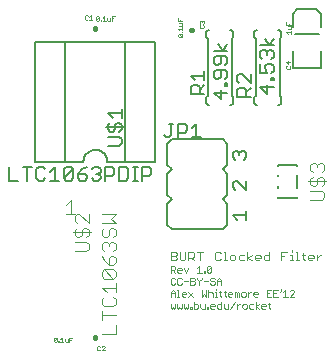
<source format=gto>
G75*
G70*
%OFA0B0*%
%FSLAX24Y24*%
%IPPOS*%
%LPD*%
%AMOC8*
5,1,8,0,0,1.08239X$1,22.5*
%
%ADD10C,0.0030*%
%ADD11C,0.0020*%
%ADD12C,0.0060*%
%ADD13C,0.0050*%
%ADD14C,0.0040*%
%ADD15C,0.0160*%
%ADD16C,0.0010*%
%ADD17C,0.0080*%
D10*
X005496Y003346D02*
X005642Y003346D01*
X005690Y003395D01*
X005690Y003443D01*
X005642Y003492D01*
X005496Y003492D01*
X005496Y003637D02*
X005496Y003346D01*
X005642Y003492D02*
X005690Y003540D01*
X005690Y003588D01*
X005642Y003637D01*
X005496Y003637D01*
X005791Y003637D02*
X005791Y003395D01*
X005839Y003346D01*
X005936Y003346D01*
X005985Y003395D01*
X005985Y003637D01*
X006086Y003637D02*
X006231Y003637D01*
X006279Y003588D01*
X006279Y003492D01*
X006231Y003443D01*
X006086Y003443D01*
X006182Y003443D02*
X006279Y003346D01*
X006086Y003346D02*
X006086Y003637D01*
X006380Y003637D02*
X006574Y003637D01*
X006477Y003637D02*
X006477Y003346D01*
X006970Y003395D02*
X007018Y003346D01*
X007115Y003346D01*
X007163Y003395D01*
X007264Y003346D02*
X007361Y003346D01*
X007313Y003346D02*
X007313Y003637D01*
X007264Y003637D01*
X007163Y003588D02*
X007115Y003637D01*
X007018Y003637D01*
X006970Y003588D01*
X006970Y003395D01*
X007461Y003395D02*
X007509Y003346D01*
X007606Y003346D01*
X007654Y003395D01*
X007654Y003492D01*
X007606Y003540D01*
X007509Y003540D01*
X007461Y003492D01*
X007461Y003395D01*
X007755Y003395D02*
X007804Y003346D01*
X007949Y003346D01*
X008050Y003346D02*
X008050Y003637D01*
X007949Y003540D02*
X007804Y003540D01*
X007755Y003492D01*
X007755Y003395D01*
X008050Y003443D02*
X008195Y003540D01*
X008296Y003492D02*
X008296Y003395D01*
X008344Y003346D01*
X008441Y003346D01*
X008489Y003443D02*
X008296Y003443D01*
X008296Y003492D02*
X008344Y003540D01*
X008441Y003540D01*
X008489Y003492D01*
X008489Y003443D01*
X008590Y003395D02*
X008590Y003492D01*
X008639Y003540D01*
X008784Y003540D01*
X008784Y003637D02*
X008784Y003346D01*
X008639Y003346D01*
X008590Y003395D01*
X008195Y003346D02*
X008050Y003443D01*
X009179Y003492D02*
X009276Y003492D01*
X009179Y003637D02*
X009179Y003346D01*
X009474Y003346D02*
X009571Y003346D01*
X009522Y003346D02*
X009522Y003540D01*
X009474Y003540D01*
X009522Y003637D02*
X009522Y003685D01*
X009373Y003637D02*
X009179Y003637D01*
X009671Y003637D02*
X009719Y003637D01*
X009719Y003346D01*
X009671Y003346D02*
X009767Y003346D01*
X009915Y003395D02*
X009964Y003346D01*
X009915Y003395D02*
X009915Y003588D01*
X009867Y003540D02*
X009964Y003540D01*
X010063Y003492D02*
X010063Y003395D01*
X010112Y003346D01*
X010208Y003346D01*
X010257Y003443D02*
X010063Y003443D01*
X010063Y003492D02*
X010112Y003540D01*
X010208Y003540D01*
X010257Y003492D01*
X010257Y003443D01*
X010358Y003443D02*
X010455Y003540D01*
X010503Y003540D01*
X010358Y003540D02*
X010358Y003346D01*
D11*
X009579Y002362D02*
X009506Y002362D01*
X009469Y002325D01*
X009579Y002362D02*
X009616Y002325D01*
X009616Y002288D01*
X009469Y002141D01*
X009616Y002141D01*
X009395Y002141D02*
X009248Y002141D01*
X009321Y002141D02*
X009321Y002362D01*
X009248Y002288D01*
X009174Y002325D02*
X009138Y002288D01*
X009174Y002325D02*
X009174Y002398D01*
X009063Y002362D02*
X008917Y002362D01*
X008917Y002141D01*
X009063Y002141D01*
X008990Y002251D02*
X008917Y002251D01*
X008842Y002141D02*
X008696Y002141D01*
X008696Y002362D01*
X008842Y002362D01*
X008769Y002251D02*
X008696Y002251D01*
X008400Y002251D02*
X008400Y002215D01*
X008254Y002215D01*
X008254Y002251D02*
X008290Y002288D01*
X008364Y002288D01*
X008400Y002251D01*
X008364Y002141D02*
X008290Y002141D01*
X008254Y002178D01*
X008254Y002251D01*
X008180Y002288D02*
X008143Y002288D01*
X008070Y002215D01*
X008070Y002288D02*
X008070Y002141D01*
X007995Y002178D02*
X007995Y002251D01*
X007959Y002288D01*
X007885Y002288D01*
X007849Y002251D01*
X007849Y002178D01*
X007885Y002141D01*
X007959Y002141D01*
X007995Y002178D01*
X007774Y002141D02*
X007774Y002251D01*
X007738Y002288D01*
X007701Y002251D01*
X007701Y002141D01*
X007628Y002141D02*
X007628Y002288D01*
X007664Y002288D01*
X007701Y002251D01*
X007553Y002251D02*
X007553Y002215D01*
X007407Y002215D01*
X007407Y002251D02*
X007443Y002288D01*
X007517Y002288D01*
X007553Y002251D01*
X007517Y002141D02*
X007443Y002141D01*
X007407Y002178D01*
X007407Y002251D01*
X007333Y002288D02*
X007259Y002288D01*
X007296Y002325D02*
X007296Y002178D01*
X007333Y002141D01*
X007185Y002141D02*
X007149Y002178D01*
X007149Y002325D01*
X007185Y002288D02*
X007112Y002288D01*
X007001Y002288D02*
X007001Y002141D01*
X006965Y002141D02*
X007038Y002141D01*
X007001Y002288D02*
X006965Y002288D01*
X007001Y002362D02*
X007001Y002398D01*
X007038Y002541D02*
X007038Y002688D01*
X007112Y002762D01*
X007185Y002688D01*
X007185Y002541D01*
X007185Y002651D02*
X007038Y002651D01*
X006964Y002615D02*
X006964Y002578D01*
X006927Y002541D01*
X006854Y002541D01*
X006817Y002578D01*
X006854Y002651D02*
X006927Y002651D01*
X006964Y002615D01*
X006964Y002725D02*
X006927Y002762D01*
X006854Y002762D01*
X006817Y002725D01*
X006817Y002688D01*
X006854Y002651D01*
X006743Y002651D02*
X006596Y002651D01*
X006522Y002725D02*
X006522Y002762D01*
X006522Y002725D02*
X006449Y002651D01*
X006449Y002541D01*
X006449Y002651D02*
X006375Y002725D01*
X006375Y002762D01*
X006301Y002725D02*
X006301Y002688D01*
X006264Y002651D01*
X006154Y002651D01*
X006080Y002651D02*
X005933Y002651D01*
X005859Y002578D02*
X005822Y002541D01*
X005749Y002541D01*
X005712Y002578D01*
X005712Y002725D01*
X005749Y002762D01*
X005822Y002762D01*
X005859Y002725D01*
X005822Y002941D02*
X005749Y002941D01*
X005712Y002978D01*
X005712Y003051D01*
X005749Y003088D01*
X005822Y003088D01*
X005859Y003051D01*
X005859Y003015D01*
X005712Y003015D01*
X005638Y003051D02*
X005601Y003015D01*
X005491Y003015D01*
X005491Y002941D02*
X005491Y003162D01*
X005601Y003162D01*
X005638Y003125D01*
X005638Y003051D01*
X005565Y003015D02*
X005638Y002941D01*
X005601Y002762D02*
X005528Y002762D01*
X005491Y002725D01*
X005491Y002578D01*
X005528Y002541D01*
X005601Y002541D01*
X005638Y002578D01*
X005638Y002725D02*
X005601Y002762D01*
X006007Y002941D02*
X005933Y003088D01*
X006080Y003088D02*
X006007Y002941D01*
X006154Y002762D02*
X006264Y002762D01*
X006301Y002725D01*
X006264Y002651D02*
X006301Y002615D01*
X006301Y002578D01*
X006264Y002541D01*
X006154Y002541D01*
X006154Y002762D01*
X006375Y002941D02*
X006522Y002941D01*
X006449Y002941D02*
X006449Y003162D01*
X006375Y003088D01*
X006596Y002978D02*
X006596Y002941D01*
X006633Y002941D01*
X006633Y002978D01*
X006596Y002978D01*
X006707Y002978D02*
X006744Y002941D01*
X006817Y002941D01*
X006854Y002978D01*
X006854Y003125D01*
X006707Y002978D01*
X006707Y003125D01*
X006744Y003162D01*
X006817Y003162D01*
X006854Y003125D01*
X006744Y002362D02*
X006744Y002141D01*
X006669Y002141D02*
X006669Y002362D01*
X006744Y002251D02*
X006780Y002288D01*
X006854Y002288D01*
X006890Y002251D01*
X006890Y002141D01*
X006669Y002141D02*
X006596Y002215D01*
X006523Y002141D01*
X006523Y002362D01*
X006227Y002288D02*
X006081Y002141D01*
X006006Y002215D02*
X005860Y002215D01*
X005860Y002251D02*
X005896Y002288D01*
X005970Y002288D01*
X006006Y002251D01*
X006006Y002215D01*
X005970Y002141D02*
X005896Y002141D01*
X005860Y002178D01*
X005860Y002251D01*
X005786Y002141D02*
X005712Y002141D01*
X005749Y002141D02*
X005749Y002362D01*
X005712Y002362D01*
X005638Y002288D02*
X005638Y002141D01*
X005638Y002251D02*
X005491Y002251D01*
X005491Y002288D02*
X005565Y002362D01*
X005638Y002288D01*
X005491Y002288D02*
X005491Y002141D01*
X005491Y001888D02*
X005491Y001778D01*
X005528Y001741D01*
X005565Y001778D01*
X005601Y001741D01*
X005638Y001778D01*
X005638Y001888D01*
X005712Y001888D02*
X005712Y001778D01*
X005749Y001741D01*
X005786Y001778D01*
X005822Y001741D01*
X005859Y001778D01*
X005859Y001888D01*
X005933Y001888D02*
X005933Y001778D01*
X005970Y001741D01*
X006007Y001778D01*
X006043Y001741D01*
X006080Y001778D01*
X006080Y001888D01*
X006154Y001778D02*
X006191Y001778D01*
X006191Y001741D01*
X006154Y001741D01*
X006154Y001778D01*
X006265Y001741D02*
X006375Y001741D01*
X006412Y001778D01*
X006412Y001851D01*
X006375Y001888D01*
X006265Y001888D01*
X006265Y001962D02*
X006265Y001741D01*
X006486Y001778D02*
X006523Y001741D01*
X006633Y001741D01*
X006633Y001888D01*
X006707Y001778D02*
X006744Y001778D01*
X006744Y001741D01*
X006707Y001741D01*
X006707Y001778D01*
X006817Y001778D02*
X006817Y001851D01*
X006854Y001888D01*
X006927Y001888D01*
X006964Y001851D01*
X006964Y001815D01*
X006817Y001815D01*
X006817Y001778D02*
X006854Y001741D01*
X006927Y001741D01*
X007038Y001778D02*
X007038Y001851D01*
X007075Y001888D01*
X007185Y001888D01*
X007185Y001962D02*
X007185Y001741D01*
X007075Y001741D01*
X007038Y001778D01*
X007259Y001778D02*
X007259Y001888D01*
X007259Y001778D02*
X007296Y001741D01*
X007406Y001741D01*
X007406Y001888D01*
X007480Y001741D02*
X007627Y001962D01*
X007701Y001888D02*
X007701Y001741D01*
X007701Y001815D02*
X007775Y001888D01*
X007811Y001888D01*
X007885Y001851D02*
X007885Y001778D01*
X007922Y001741D01*
X007995Y001741D01*
X008032Y001778D01*
X008032Y001851D01*
X007995Y001888D01*
X007922Y001888D01*
X007885Y001851D01*
X008106Y001851D02*
X008106Y001778D01*
X008143Y001741D01*
X008253Y001741D01*
X008327Y001741D02*
X008327Y001962D01*
X008253Y001888D02*
X008143Y001888D01*
X008106Y001851D01*
X008327Y001815D02*
X008437Y001888D01*
X008511Y001851D02*
X008511Y001778D01*
X008548Y001741D01*
X008622Y001741D01*
X008658Y001815D02*
X008511Y001815D01*
X008511Y001851D02*
X008548Y001888D01*
X008622Y001888D01*
X008658Y001851D01*
X008658Y001815D01*
X008732Y001888D02*
X008806Y001888D01*
X008769Y001925D02*
X008769Y001778D01*
X008806Y001741D01*
X008437Y001741D02*
X008327Y001815D01*
X006486Y001778D02*
X006486Y001888D01*
X006227Y002141D02*
X006081Y002288D01*
D12*
X005531Y004381D02*
X005381Y004531D01*
X005381Y005231D01*
X005531Y005381D01*
X005381Y005531D01*
X005381Y006231D01*
X005531Y006381D01*
X005381Y006531D01*
X005381Y007231D01*
X005531Y007381D01*
X007231Y007381D01*
X007381Y007231D01*
X007381Y006531D01*
X007231Y006381D01*
X007381Y006231D01*
X007381Y005531D01*
X007231Y005381D01*
X007381Y005231D01*
X007381Y004531D01*
X007231Y004381D01*
X005531Y004381D01*
X004981Y006631D02*
X003981Y006631D01*
X003381Y006631D01*
X003379Y006670D01*
X003373Y006709D01*
X003364Y006747D01*
X003351Y006784D01*
X003334Y006820D01*
X003314Y006853D01*
X003290Y006885D01*
X003264Y006914D01*
X003235Y006940D01*
X003203Y006964D01*
X003170Y006984D01*
X003134Y007001D01*
X003097Y007014D01*
X003059Y007023D01*
X003020Y007029D01*
X002981Y007031D01*
X002942Y007029D01*
X002903Y007023D01*
X002865Y007014D01*
X002828Y007001D01*
X002792Y006984D01*
X002759Y006964D01*
X002727Y006940D01*
X002698Y006914D01*
X002672Y006885D01*
X002648Y006853D01*
X002628Y006820D01*
X002611Y006784D01*
X002598Y006747D01*
X002589Y006709D01*
X002583Y006670D01*
X002581Y006631D01*
X001981Y006631D01*
X001981Y010631D01*
X003981Y010631D01*
X004981Y010631D01*
X004981Y006631D01*
X003981Y006631D02*
X003981Y010631D01*
X001981Y010631D02*
X000981Y010631D01*
X000981Y006631D01*
X001981Y006631D01*
X006681Y008631D02*
X006681Y008781D01*
X006731Y008831D01*
X006731Y010731D01*
X006681Y010781D01*
X006681Y010931D01*
X006683Y010948D01*
X006687Y010965D01*
X006694Y010981D01*
X006704Y010995D01*
X006717Y011008D01*
X006731Y011018D01*
X006747Y011025D01*
X006764Y011029D01*
X006781Y011031D01*
X007481Y011031D02*
X007498Y011029D01*
X007515Y011025D01*
X007531Y011018D01*
X007545Y011008D01*
X007558Y010995D01*
X007568Y010981D01*
X007575Y010965D01*
X007579Y010948D01*
X007581Y010931D01*
X007581Y010781D01*
X007531Y010731D01*
X007531Y008831D01*
X007581Y008781D01*
X007581Y008631D01*
X007579Y008614D01*
X007575Y008597D01*
X007568Y008581D01*
X007558Y008567D01*
X007545Y008554D01*
X007531Y008544D01*
X007515Y008537D01*
X007498Y008533D01*
X007481Y008531D01*
X006781Y008531D02*
X006764Y008533D01*
X006747Y008537D01*
X006731Y008544D01*
X006717Y008554D01*
X006704Y008567D01*
X006694Y008581D01*
X006687Y008597D01*
X006683Y008614D01*
X006681Y008631D01*
X008281Y008631D02*
X008281Y008781D01*
X008331Y008831D01*
X008331Y010731D01*
X008281Y010781D01*
X008281Y010931D01*
X008283Y010948D01*
X008287Y010965D01*
X008294Y010981D01*
X008304Y010995D01*
X008317Y011008D01*
X008331Y011018D01*
X008347Y011025D01*
X008364Y011029D01*
X008381Y011031D01*
X009081Y011031D02*
X009098Y011029D01*
X009115Y011025D01*
X009131Y011018D01*
X009145Y011008D01*
X009158Y010995D01*
X009168Y010981D01*
X009175Y010965D01*
X009179Y010948D01*
X009181Y010931D01*
X009181Y010781D01*
X009131Y010731D01*
X009131Y008831D01*
X009181Y008781D01*
X009181Y008631D01*
X009179Y008614D01*
X009175Y008597D01*
X009168Y008581D01*
X009158Y008567D01*
X009145Y008554D01*
X009131Y008544D01*
X009115Y008537D01*
X009098Y008533D01*
X009081Y008531D01*
X008381Y008531D02*
X008364Y008533D01*
X008347Y008537D01*
X008331Y008544D01*
X008317Y008554D01*
X008304Y008567D01*
X008294Y008581D01*
X008287Y008597D01*
X008283Y008614D01*
X008281Y008631D01*
X009063Y006541D02*
X009063Y006504D01*
X009063Y006541D02*
X009700Y006541D01*
X009700Y006504D01*
X009700Y006187D02*
X009700Y005776D01*
X009700Y005459D02*
X009700Y005422D01*
X009063Y005422D01*
X009063Y005459D01*
X009063Y005776D02*
X009063Y005813D01*
X009063Y006150D02*
X009063Y006187D01*
D13*
X008006Y006007D02*
X008006Y005706D01*
X007706Y006007D01*
X007631Y006007D01*
X007556Y005932D01*
X007556Y005781D01*
X007631Y005706D01*
X008006Y005007D02*
X008006Y004706D01*
X008006Y004857D02*
X007556Y004857D01*
X007706Y004706D01*
X007631Y006706D02*
X007556Y006781D01*
X007556Y006932D01*
X007631Y007007D01*
X007706Y007007D01*
X007781Y006932D01*
X007856Y007007D01*
X007931Y007007D01*
X008006Y006932D01*
X008006Y006781D01*
X007931Y006706D01*
X007781Y006857D02*
X007781Y006932D01*
X006496Y007456D02*
X006196Y007456D01*
X006346Y007456D02*
X006346Y007907D01*
X006196Y007757D01*
X006036Y007832D02*
X006036Y007682D01*
X005961Y007607D01*
X005736Y007607D01*
X005736Y007456D02*
X005736Y007907D01*
X005961Y007907D01*
X006036Y007832D01*
X005576Y007907D02*
X005425Y007907D01*
X005500Y007907D02*
X005500Y007531D01*
X005425Y007456D01*
X005350Y007456D01*
X005275Y007531D01*
X004771Y006457D02*
X004546Y006457D01*
X004546Y006006D01*
X004546Y006157D02*
X004771Y006157D01*
X004846Y006232D01*
X004846Y006382D01*
X004771Y006457D01*
X004389Y006457D02*
X004239Y006457D01*
X004314Y006457D02*
X004314Y006006D01*
X004239Y006006D02*
X004389Y006006D01*
X004079Y006081D02*
X004079Y006382D01*
X004004Y006457D01*
X003778Y006457D01*
X003778Y006006D01*
X004004Y006006D01*
X004079Y006081D01*
X003618Y006232D02*
X003543Y006157D01*
X003318Y006157D01*
X003318Y006006D02*
X003318Y006457D01*
X003543Y006457D01*
X003618Y006382D01*
X003618Y006232D01*
X003158Y006307D02*
X003083Y006232D01*
X003158Y006157D01*
X003158Y006081D01*
X003083Y006006D01*
X002933Y006006D01*
X002858Y006081D01*
X002698Y006081D02*
X002623Y006006D01*
X002472Y006006D01*
X002397Y006081D01*
X002397Y006232D01*
X002623Y006232D01*
X002698Y006157D01*
X002698Y006081D01*
X002547Y006382D02*
X002397Y006232D01*
X002547Y006382D02*
X002698Y006457D01*
X002858Y006382D02*
X002933Y006457D01*
X003083Y006457D01*
X003158Y006382D01*
X003158Y006307D01*
X003083Y006232D02*
X003008Y006232D01*
X002237Y006382D02*
X002237Y006081D01*
X002162Y006006D01*
X002012Y006006D01*
X001937Y006081D01*
X002237Y006382D01*
X002162Y006457D01*
X002012Y006457D01*
X001937Y006382D01*
X001937Y006081D01*
X001777Y006006D02*
X001477Y006006D01*
X001627Y006006D02*
X001627Y006457D01*
X001477Y006307D01*
X001317Y006382D02*
X001241Y006457D01*
X001091Y006457D01*
X001016Y006382D01*
X001016Y006081D01*
X001091Y006006D01*
X001241Y006006D01*
X001317Y006081D01*
X000856Y006457D02*
X000556Y006457D01*
X000706Y006457D02*
X000706Y006006D01*
X000396Y006006D02*
X000096Y006006D01*
X000096Y006457D01*
X003331Y007786D02*
X003931Y007786D01*
X003856Y007711D02*
X003856Y007861D01*
X003781Y007936D01*
X003706Y007936D01*
X003631Y007861D01*
X003631Y007711D01*
X003556Y007636D01*
X003481Y007636D01*
X003406Y007711D01*
X003406Y007861D01*
X003481Y007936D01*
X003556Y008096D02*
X003406Y008246D01*
X003856Y008246D01*
X003856Y008096D02*
X003856Y008396D01*
X003856Y007711D02*
X003781Y007636D01*
X003781Y007476D02*
X003406Y007476D01*
X003406Y007175D02*
X003781Y007175D01*
X003856Y007250D01*
X003856Y007400D01*
X003781Y007476D01*
X006156Y008886D02*
X006156Y009111D01*
X006231Y009186D01*
X006381Y009186D01*
X006456Y009111D01*
X006456Y008886D01*
X006456Y009036D02*
X006606Y009186D01*
X006606Y009346D02*
X006606Y009646D01*
X006606Y009496D02*
X006156Y009496D01*
X006306Y009346D01*
X006156Y008886D02*
X006606Y008886D01*
X006936Y008937D02*
X007161Y008711D01*
X007161Y009012D01*
X007311Y009172D02*
X007311Y009247D01*
X007386Y009247D01*
X007386Y009172D01*
X007311Y009172D01*
X007311Y009402D02*
X007386Y009477D01*
X007386Y009627D01*
X007311Y009702D01*
X007011Y009702D01*
X006936Y009627D01*
X006936Y009477D01*
X007011Y009402D01*
X007086Y009402D01*
X007161Y009477D01*
X007161Y009702D01*
X007086Y009862D02*
X007161Y009937D01*
X007161Y010163D01*
X007311Y010163D02*
X007011Y010163D01*
X006936Y010087D01*
X006936Y009937D01*
X007011Y009862D01*
X007086Y009862D01*
X007311Y009862D02*
X007386Y009937D01*
X007386Y010087D01*
X007311Y010163D01*
X007236Y010323D02*
X007086Y010548D01*
X006936Y010323D02*
X007386Y010323D01*
X007236Y010323D02*
X007386Y010548D01*
X007781Y009567D02*
X007706Y009492D01*
X007706Y009342D01*
X007781Y009267D01*
X007781Y009107D02*
X007706Y009032D01*
X007706Y008806D01*
X008156Y008806D01*
X008006Y008806D02*
X008006Y009032D01*
X007931Y009107D01*
X007781Y009107D01*
X008006Y008957D02*
X008156Y009107D01*
X008156Y009267D02*
X007856Y009567D01*
X007781Y009567D01*
X008156Y009567D02*
X008156Y009267D01*
X008476Y009132D02*
X008701Y008906D01*
X008701Y009207D01*
X008851Y009367D02*
X008851Y009442D01*
X008926Y009442D01*
X008926Y009367D01*
X008851Y009367D01*
X008851Y009597D02*
X008926Y009672D01*
X008926Y009822D01*
X008851Y009897D01*
X008701Y009897D01*
X008626Y009822D01*
X008626Y009747D01*
X008701Y009597D01*
X008476Y009597D01*
X008476Y009897D01*
X008551Y010057D02*
X008476Y010132D01*
X008476Y010282D01*
X008551Y010358D01*
X008626Y010358D01*
X008701Y010282D01*
X008776Y010358D01*
X008851Y010358D01*
X008926Y010282D01*
X008926Y010132D01*
X008851Y010057D01*
X008701Y010207D02*
X008701Y010282D01*
X008776Y010518D02*
X008626Y010743D01*
X008476Y010518D02*
X008926Y010518D01*
X008776Y010518D02*
X008926Y010743D01*
X009631Y010881D02*
X010431Y010881D01*
X008926Y009132D02*
X008476Y009132D01*
X007386Y008937D02*
X006936Y008937D01*
D14*
X010074Y005984D02*
X010688Y005984D01*
X010611Y005907D02*
X010535Y005831D01*
X010611Y005907D02*
X010611Y006061D01*
X010535Y006138D01*
X010458Y006138D01*
X010381Y006061D01*
X010381Y005907D01*
X010305Y005831D01*
X010228Y005831D01*
X010151Y005907D01*
X010151Y006061D01*
X010228Y006138D01*
X010228Y006291D02*
X010151Y006368D01*
X010151Y006521D01*
X010228Y006598D01*
X010305Y006598D01*
X010381Y006521D01*
X010458Y006598D01*
X010535Y006598D01*
X010611Y006521D01*
X010611Y006368D01*
X010535Y006291D01*
X010381Y006444D02*
X010381Y006521D01*
X010535Y005677D02*
X010151Y005677D01*
X010151Y005370D02*
X010535Y005370D01*
X010611Y005447D01*
X010611Y005600D01*
X010535Y005677D01*
X003664Y004891D02*
X003204Y004891D01*
X003204Y004584D02*
X003664Y004584D01*
X003511Y004738D01*
X003664Y004891D01*
X003588Y004431D02*
X003511Y004431D01*
X003434Y004354D01*
X003434Y004201D01*
X003357Y004124D01*
X003281Y004124D01*
X003204Y004201D01*
X003204Y004354D01*
X003281Y004431D01*
X003588Y004431D02*
X003664Y004354D01*
X003664Y004201D01*
X003588Y004124D01*
X003588Y003971D02*
X003511Y003971D01*
X003434Y003894D01*
X003434Y003817D01*
X003434Y003894D02*
X003357Y003971D01*
X003281Y003971D01*
X003204Y003894D01*
X003204Y003740D01*
X003281Y003664D01*
X003204Y003510D02*
X003281Y003357D01*
X003434Y003203D01*
X003434Y003434D01*
X003511Y003510D01*
X003588Y003510D01*
X003664Y003434D01*
X003664Y003280D01*
X003588Y003203D01*
X003434Y003203D01*
X003281Y003050D02*
X003588Y002743D01*
X003664Y002820D01*
X003664Y002973D01*
X003588Y003050D01*
X003281Y003050D01*
X003204Y002973D01*
X003204Y002820D01*
X003281Y002743D01*
X003588Y002743D01*
X003664Y002590D02*
X003664Y002283D01*
X003664Y002436D02*
X003204Y002436D01*
X003357Y002283D01*
X003281Y002129D02*
X003204Y002052D01*
X003204Y001899D01*
X003281Y001822D01*
X003588Y001822D01*
X003664Y001899D01*
X003664Y002052D01*
X003588Y002129D01*
X003204Y001669D02*
X003204Y001362D01*
X003204Y001515D02*
X003664Y001515D01*
X003664Y001209D02*
X003664Y000902D01*
X003204Y000902D01*
X003588Y003664D02*
X003664Y003740D01*
X003664Y003894D01*
X003588Y003971D01*
X002835Y004278D02*
X002222Y004278D01*
X002298Y004354D02*
X002298Y004201D01*
X002375Y004124D01*
X002452Y004124D01*
X002528Y004201D01*
X002528Y004354D01*
X002605Y004431D01*
X002682Y004431D01*
X002759Y004354D01*
X002759Y004201D01*
X002682Y004124D01*
X002682Y003971D02*
X002298Y003971D01*
X002298Y003664D02*
X002682Y003664D01*
X002759Y003741D01*
X002759Y003894D01*
X002682Y003971D01*
X002298Y004354D02*
X002375Y004431D01*
X002375Y004585D02*
X002298Y004661D01*
X002298Y004815D01*
X002375Y004892D01*
X002452Y004892D01*
X002759Y004585D01*
X002759Y004892D01*
X002308Y004901D02*
X002001Y004901D01*
X002155Y004901D02*
X002155Y005362D01*
X002001Y005208D01*
D15*
X002981Y000793D02*
X002981Y000769D01*
X006169Y011031D02*
X006193Y011031D01*
X002981Y011093D02*
X002981Y011069D01*
D16*
X001598Y000651D02*
X001623Y000626D01*
X001674Y000626D01*
X001699Y000651D01*
X001699Y000751D01*
X001598Y000651D01*
X001598Y000751D01*
X001623Y000777D01*
X001674Y000777D01*
X001699Y000751D01*
X001746Y000651D02*
X001771Y000651D01*
X001771Y000626D01*
X001746Y000626D01*
X001746Y000651D01*
X001819Y000626D02*
X001920Y000626D01*
X001869Y000626D02*
X001869Y000777D01*
X001819Y000726D01*
X001967Y000726D02*
X001967Y000651D01*
X001992Y000626D01*
X002067Y000626D01*
X002067Y000726D01*
X002114Y000701D02*
X002164Y000701D01*
X002114Y000626D02*
X002114Y000777D01*
X002214Y000777D01*
X003042Y000476D02*
X003042Y000376D01*
X003067Y000351D01*
X003117Y000351D01*
X003142Y000376D01*
X003189Y000351D02*
X003289Y000451D01*
X003289Y000476D01*
X003264Y000502D01*
X003214Y000502D01*
X003189Y000476D01*
X003142Y000476D02*
X003117Y000502D01*
X003067Y000502D01*
X003042Y000476D01*
X003189Y000351D02*
X003289Y000351D01*
X009358Y009736D02*
X009458Y009736D01*
X009483Y009761D01*
X009483Y009811D01*
X009458Y009836D01*
X009408Y009884D02*
X009408Y009984D01*
X009483Y009959D02*
X009333Y009959D01*
X009408Y009884D01*
X009358Y009836D02*
X009333Y009811D01*
X009333Y009761D01*
X009358Y009736D01*
X009402Y010897D02*
X009352Y010947D01*
X009502Y010947D01*
X009502Y010897D02*
X009502Y010997D01*
X009477Y011044D02*
X009502Y011069D01*
X009502Y011144D01*
X009402Y011144D01*
X009427Y011192D02*
X009427Y011242D01*
X009352Y011192D02*
X009352Y011292D01*
X009352Y011192D02*
X009502Y011192D01*
X009477Y011044D02*
X009402Y011044D01*
X006611Y011117D02*
X006611Y011167D01*
X006586Y011192D01*
X006586Y011239D02*
X006611Y011264D01*
X006611Y011314D01*
X006586Y011339D01*
X006561Y011339D01*
X006536Y011314D01*
X006536Y011289D01*
X006536Y011314D02*
X006511Y011339D01*
X006486Y011339D01*
X006461Y011314D01*
X006461Y011264D01*
X006486Y011239D01*
X006486Y011192D02*
X006461Y011167D01*
X006461Y011117D01*
X006486Y011092D01*
X006586Y011092D01*
X006611Y011117D01*
X005886Y011120D02*
X005886Y011019D01*
X005886Y010971D02*
X005886Y010946D01*
X005861Y010946D01*
X005861Y010971D01*
X005886Y010971D01*
X005861Y010899D02*
X005761Y010899D01*
X005861Y010798D01*
X005886Y010823D01*
X005886Y010874D01*
X005861Y010899D01*
X005761Y010899D02*
X005736Y010874D01*
X005736Y010823D01*
X005761Y010798D01*
X005861Y010798D01*
X005786Y011019D02*
X005736Y011069D01*
X005886Y011069D01*
X005861Y011167D02*
X005886Y011192D01*
X005886Y011267D01*
X005786Y011267D01*
X005811Y011314D02*
X005811Y011364D01*
X005736Y011314D02*
X005736Y011414D01*
X005736Y011314D02*
X005886Y011314D01*
X005861Y011167D02*
X005786Y011167D01*
X003627Y011487D02*
X003527Y011487D01*
X003527Y011336D01*
X003480Y011336D02*
X003480Y011436D01*
X003527Y011411D02*
X003577Y011411D01*
X003480Y011336D02*
X003405Y011336D01*
X003380Y011361D01*
X003380Y011436D01*
X003282Y011487D02*
X003282Y011336D01*
X003232Y011336D02*
X003332Y011336D01*
X003232Y011436D02*
X003282Y011487D01*
X003184Y011361D02*
X003184Y011336D01*
X003159Y011336D01*
X003159Y011361D01*
X003184Y011361D01*
X003111Y011361D02*
X003086Y011336D01*
X003036Y011336D01*
X003011Y011361D01*
X003111Y011461D01*
X003111Y011361D01*
X003011Y011361D02*
X003011Y011461D01*
X003036Y011487D01*
X003086Y011487D01*
X003111Y011461D01*
X002884Y011361D02*
X002784Y011361D01*
X002834Y011361D02*
X002834Y011512D01*
X002784Y011461D01*
X002736Y011486D02*
X002711Y011512D01*
X002661Y011512D01*
X002636Y011486D01*
X002636Y011386D01*
X002661Y011361D01*
X002711Y011361D01*
X002736Y011386D01*
D17*
X009559Y011558D02*
X009559Y011125D01*
X009559Y011558D02*
X009716Y011716D01*
X010346Y011716D01*
X010504Y011558D01*
X010504Y011125D01*
X010504Y010338D02*
X010504Y009747D01*
X009559Y009747D01*
X009559Y010338D01*
M02*

</source>
